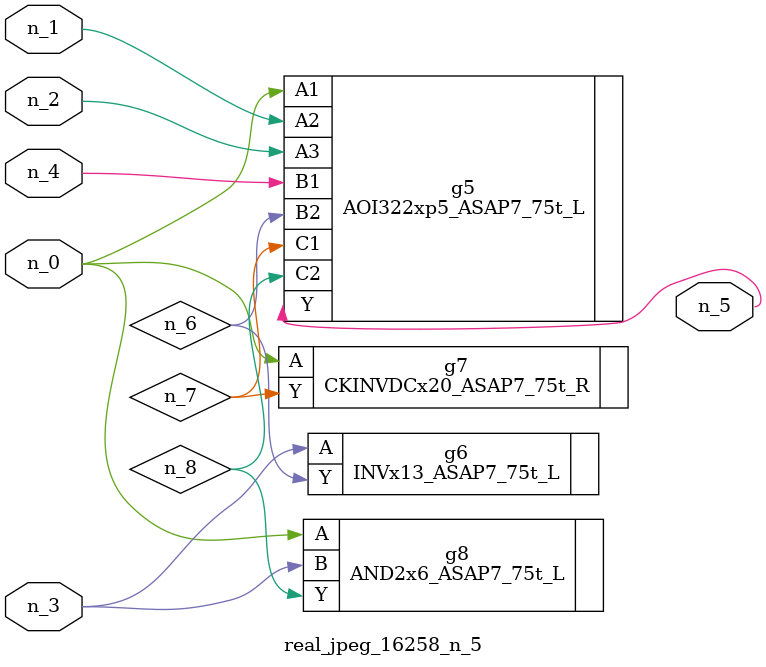
<source format=v>
module real_jpeg_16258_n_5 (n_4, n_0, n_1, n_2, n_3, n_5);

input n_4;
input n_0;
input n_1;
input n_2;
input n_3;

output n_5;

wire n_8;
wire n_6;
wire n_7;

AOI322xp5_ASAP7_75t_L g5 ( 
.A1(n_0),
.A2(n_1),
.A3(n_2),
.B1(n_4),
.B2(n_6),
.C1(n_7),
.C2(n_8),
.Y(n_5)
);

CKINVDCx20_ASAP7_75t_R g7 ( 
.A(n_0),
.Y(n_7)
);

AND2x6_ASAP7_75t_L g8 ( 
.A(n_0),
.B(n_3),
.Y(n_8)
);

INVx13_ASAP7_75t_L g6 ( 
.A(n_3),
.Y(n_6)
);


endmodule
</source>
